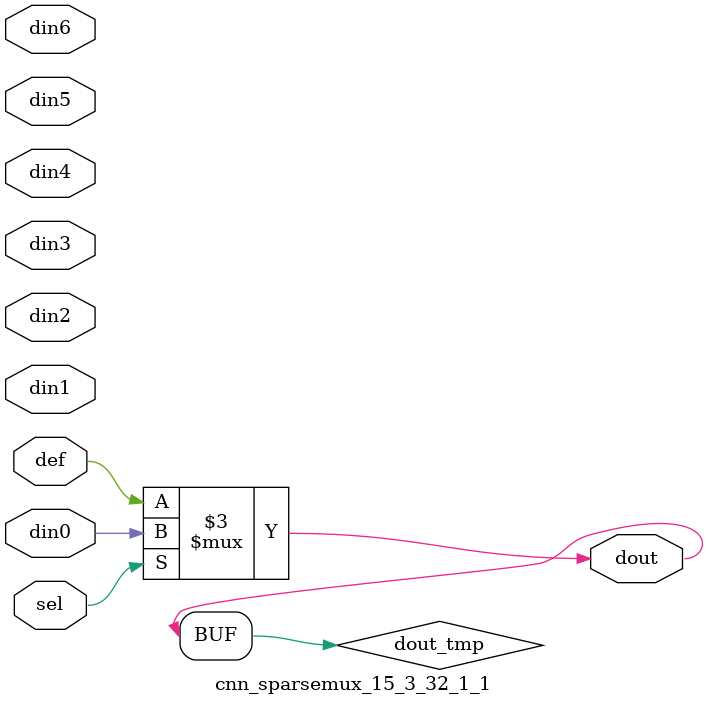
<source format=v>
`timescale 1ns / 1ps

module cnn_sparsemux_15_3_32_1_1 (din0,din1,din2,din3,din4,din5,din6,def,sel,dout);

parameter din0_WIDTH = 1;

parameter din1_WIDTH = 1;

parameter din2_WIDTH = 1;

parameter din3_WIDTH = 1;

parameter din4_WIDTH = 1;

parameter din5_WIDTH = 1;

parameter din6_WIDTH = 1;

parameter def_WIDTH = 1;
parameter sel_WIDTH = 1;
parameter dout_WIDTH = 1;

parameter [sel_WIDTH-1:0] CASE0 = 1;

parameter [sel_WIDTH-1:0] CASE1 = 1;

parameter [sel_WIDTH-1:0] CASE2 = 1;

parameter [sel_WIDTH-1:0] CASE3 = 1;

parameter [sel_WIDTH-1:0] CASE4 = 1;

parameter [sel_WIDTH-1:0] CASE5 = 1;

parameter [sel_WIDTH-1:0] CASE6 = 1;

parameter ID = 1;
parameter NUM_STAGE = 1;



input [din0_WIDTH-1:0] din0;

input [din1_WIDTH-1:0] din1;

input [din2_WIDTH-1:0] din2;

input [din3_WIDTH-1:0] din3;

input [din4_WIDTH-1:0] din4;

input [din5_WIDTH-1:0] din5;

input [din6_WIDTH-1:0] din6;

input [def_WIDTH-1:0] def;
input [sel_WIDTH-1:0] sel;

output [dout_WIDTH-1:0] dout;



reg [dout_WIDTH-1:0] dout_tmp;

always @ (*) begin
case (sel)
    
    CASE0 : dout_tmp = din0;
    
    CASE1 : dout_tmp = din1;
    
    CASE2 : dout_tmp = din2;
    
    CASE3 : dout_tmp = din3;
    
    CASE4 : dout_tmp = din4;
    
    CASE5 : dout_tmp = din5;
    
    CASE6 : dout_tmp = din6;
    
    default : dout_tmp = def;
endcase
end


assign dout = dout_tmp;



endmodule

</source>
